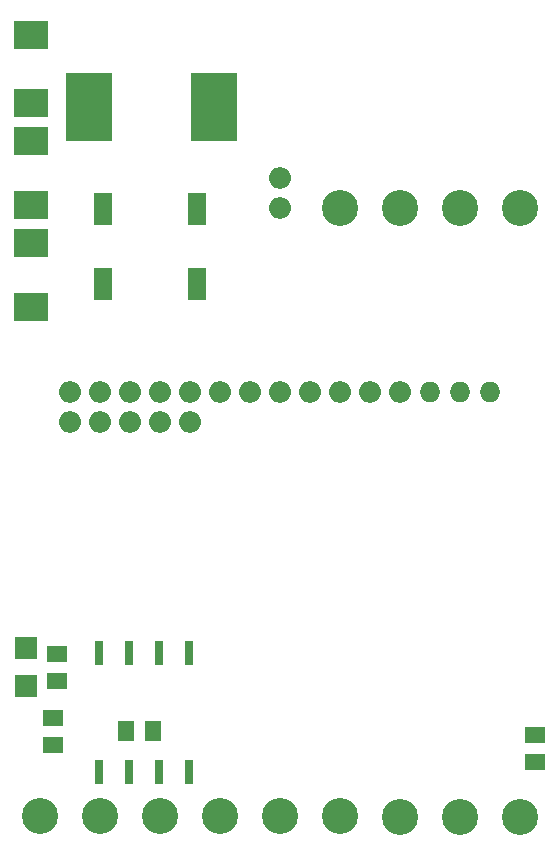
<source format=gbr>
G04 GENERATED BY PULSONIX 7.6 GERBER.DLL 5220*
%INB2*%
%LNSOLDER MASK TOP*%
%FSLAX35Y35*%
%IPPOS*%
%LPD*%
%OFA0B0*%
%MOMM*%
%ADD92R,1.85400X1.85400*%
%ADD93R,1.75400X1.45400*%
%ADD94R,1.45400X1.75400*%
%ADD97R,2.95400X2.45400*%
%ADD103O,1.85400X1.85400*%
%ADD104O,1.85400X1.85400*%
%ADD112R,0.75400X2.15400*%
%ADD114C,3.05400*%
%ADD178O,1.75514X1.75514*%
%ADD268R,1.52400X2.79400*%
%ADD270R,3.95400X5.75400*%
X0Y0D02*
D02*
D92*
X335683Y3204469D03*
X336923Y2883000D03*
D02*
D93*
X560802Y2386490D03*
Y2613990D03*
X592802Y2930490D03*
Y3157990D03*
X4640802Y2242490D03*
Y2469990D03*
D02*
D94*
X1183052Y2500240D03*
X1410552D03*
D02*
D97*
X373552Y6090865D03*
Y6634365D03*
Y6955365D03*
Y7498865D03*
Y7823365D03*
Y8394865D03*
D02*
D103*
X702677Y5118240D03*
Y5372240D03*
X956677Y5118240D03*
Y5372240D03*
X1210677Y5118240D03*
Y5372240D03*
X1464677Y5118240D03*
Y5372240D03*
X1718677D03*
X1972677D03*
X2226677D03*
X2480677D03*
X2734802D03*
X2988802D03*
X3242802D03*
X3496802D03*
D02*
D104*
X1718677Y5118240D03*
X2480677Y6931240D03*
Y7185240D03*
D02*
D112*
X947802Y2155240D03*
Y3165240D03*
X1201802Y2155240D03*
Y3165240D03*
X1455802Y2155240D03*
Y3165240D03*
X1709802Y2155240D03*
Y3165240D03*
D02*
D114*
X448677Y1779740D03*
X956677D03*
X1464677D03*
X1972677D03*
X2480677D03*
X2988677D03*
Y6931240D03*
X3496677Y1778417D03*
Y6931240D03*
X4004677Y1778417D03*
Y6931240D03*
X4512677Y1778417D03*
Y6931240D03*
D02*
D178*
X3750802Y5372240D03*
X4004802D03*
X4258802D03*
D02*
D268*
X981552Y6285365D03*
Y6920365D03*
X1781552Y6285365D03*
Y6920365D03*
D02*
D270*
X867552Y7786865D03*
X1927552D03*
X0Y0D02*
M02*

</source>
